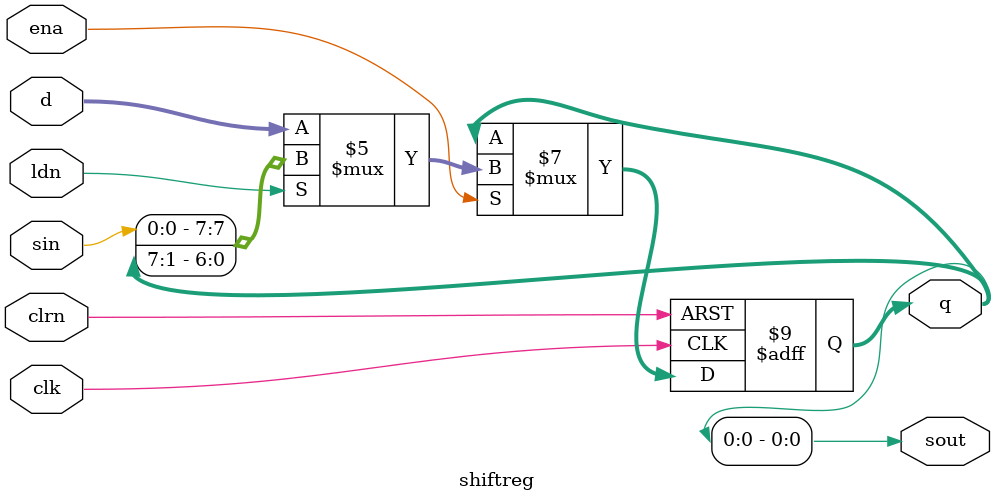
<source format=v>
module shiftreg
#(
	parameter Nbits = 8
)
(
	input clk, clrn, ena, ldn,
	input [Nbits-1:0] d,
	input sin,
	output reg [Nbits-1:0] q,
	output sout
);

assign sout = q[0];

always @(posedge clk or negedge clrn)
begin
	if (!clrn)
		q <= 0;
	else if (ena)
	begin
		if (!ldn)
			q <= d;
		else
			q <= {sin, q[Nbits-1:1]};
	end
end

endmodule

</source>
